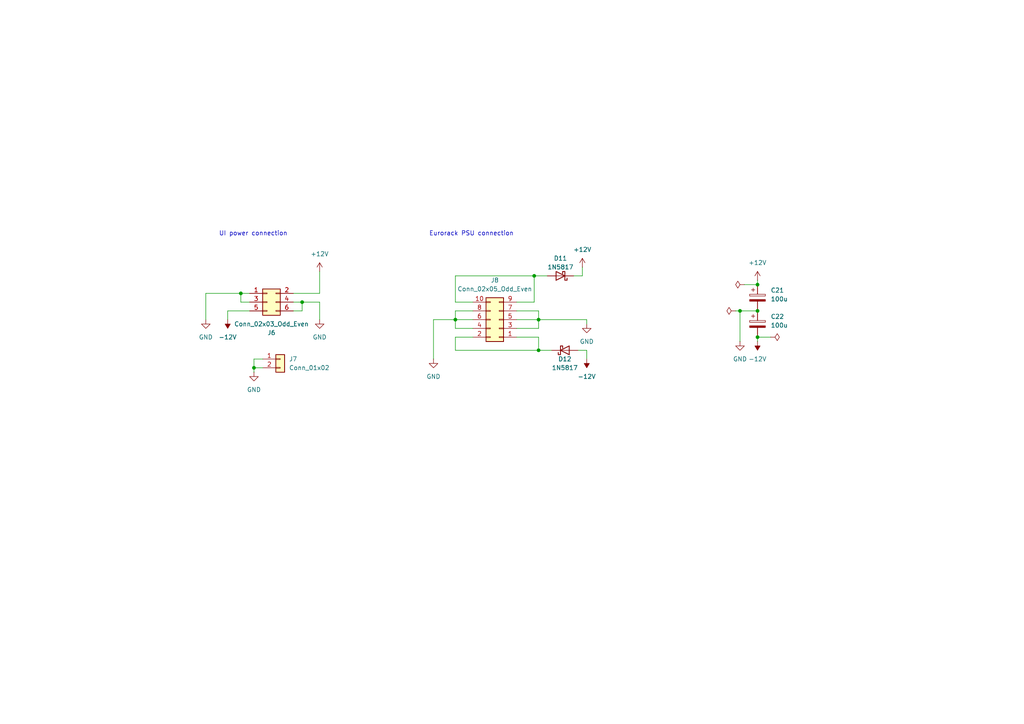
<source format=kicad_sch>
(kicad_sch (version 20250114) (generator "eeschema") (generator_version "9.0")
  (paper "A4")
  (lib_symbols
    (symbol "Connector_Generic:Conn_01x02" (pin_names (offset 1.016) (hide yes))
      (property "Reference" "J" (at 0 2.54 0))
      (property "Value" "Conn_01x02" (at 0 -5.08 0))
      (symbol "Conn_01x02_1_1"
        (rectangle (start -1.27 1.27) (end 1.27 -3.81) (stroke (width 0.254)) (fill (type background)))
        (rectangle (start -1.27 0.127) (end 0 -0.127) (stroke (width 0.1524)))
        (rectangle (start -1.27 -2.413) (end 0 -2.667) (stroke (width 0.1524)))
        (pin passive line (at -5.08 0 0) (length 3.81) (name "Pin_1") (number "1"))
        (pin passive line (at -5.08 -2.54 0) (length 3.81) (name "Pin_2") (number "2"))
      )
    )
    (symbol "Connector_Generic:Conn_02x03_Odd_Even" (pin_names (offset 1.016) (hide yes))
      (property "Reference" "J" (at 1.27 5.08 0))
      (property "Value" "Conn_02x03_Odd_Even" (at 1.27 -5.08 0))
      (symbol "Conn_02x03_Odd_Even_1_1"
        (rectangle (start -1.27 3.81) (end 3.81 -3.81) (stroke (width 0.254)) (fill (type background)))
        (rectangle (start -1.27 2.667) (end 0 2.413) (stroke (width 0.1524)))
        (rectangle (start -1.27 0.127) (end 0 -0.127) (stroke (width 0.1524)))
        (rectangle (start -1.27 -2.413) (end 0 -2.667) (stroke (width 0.1524)))
        (rectangle (start 3.81 2.667) (end 2.54 2.413) (stroke (width 0.1524)))
        (rectangle (start 3.81 0.127) (end 2.54 -0.127) (stroke (width 0.1524)))
        (rectangle (start 3.81 -2.413) (end 2.54 -2.667) (stroke (width 0.1524)))
        (pin passive line (at -5.08 2.54 0) (length 3.81) (name "Pin_1") (number "1"))
        (pin passive line (at -5.08 0 0) (length 3.81) (name "Pin_3") (number "3"))
        (pin passive line (at -5.08 -2.54 0) (length 3.81) (name "Pin_5") (number "5"))
        (pin passive line (at 7.62 2.54 180) (length 3.81) (name "Pin_2") (number "2"))
        (pin passive line (at 7.62 0 180) (length 3.81) (name "Pin_4") (number "4"))
        (pin passive line (at 7.62 -2.54 180) (length 3.81) (name "Pin_6") (number "6"))
      )
    )
    (symbol "Connector_Generic:Conn_02x05_Odd_Even" (pin_names (offset 1.016) (hide yes))
      (property "Reference" "J" (at 1.27 7.62 0))
      (property "Value" "Conn_02x05_Odd_Even" (at 1.27 -7.62 0))
      (symbol "Conn_02x05_Odd_Even_1_1"
        (rectangle (start -1.27 6.35) (end 3.81 -6.35) (stroke (width 0.254)) (fill (type background)))
        (rectangle (start -1.27 5.207) (end 0 4.953) (stroke (width 0.1524)))
        (rectangle (start -1.27 2.667) (end 0 2.413) (stroke (width 0.1524)))
        (rectangle (start -1.27 0.127) (end 0 -0.127) (stroke (width 0.1524)))
        (rectangle (start -1.27 -2.413) (end 0 -2.667) (stroke (width 0.1524)))
        (rectangle (start -1.27 -4.953) (end 0 -5.207) (stroke (width 0.1524)))
        (rectangle (start 3.81 5.207) (end 2.54 4.953) (stroke (width 0.1524)))
        (rectangle (start 3.81 2.667) (end 2.54 2.413) (stroke (width 0.1524)))
        (rectangle (start 3.81 0.127) (end 2.54 -0.127) (stroke (width 0.1524)))
        (rectangle (start 3.81 -2.413) (end 2.54 -2.667) (stroke (width 0.1524)))
        (rectangle (start 3.81 -4.953) (end 2.54 -5.207) (stroke (width 0.1524)))
        (pin passive line (at -5.08 5.08 0) (length 3.81) (name "Pin_1") (number "1"))
        (pin passive line (at -5.08 2.54 0) (length 3.81) (name "Pin_3") (number "3"))
        (pin passive line (at -5.08 0 0) (length 3.81) (name "Pin_5") (number "5"))
        (pin passive line (at -5.08 -2.54 0) (length 3.81) (name "Pin_7") (number "7"))
        (pin passive line (at -5.08 -5.08 0) (length 3.81) (name "Pin_9") (number "9"))
        (pin passive line (at 7.62 5.08 180) (length 3.81) (name "Pin_2") (number "2"))
        (pin passive line (at 7.62 2.54 180) (length 3.81) (name "Pin_4") (number "4"))
        (pin passive line (at 7.62 0 180) (length 3.81) (name "Pin_6") (number "6"))
        (pin passive line (at 7.62 -2.54 180) (length 3.81) (name "Pin_8") (number "8"))
        (pin passive line (at 7.62 -5.08 180) (length 3.81) (name "Pin_10") (number "10"))
      )
    )
    (symbol "Device:C_Polarized" (pin_numbers (hide yes)) (pin_names (offset 0.254))
      (property "Reference" "C" (at 0.635 2.54 0))
      (property "Value" "C_Polarized" (at 0.635 -2.54 0))
      (symbol "C_Polarized_0_1"
        (rectangle (start -2.286 0.508) (end 2.286 1.016))
        (polyline (pts (xy -1.778 2.286) (xy -0.762 2.286)))
        (polyline (pts (xy -1.27 2.794) (xy -1.27 1.778)))
        (rectangle (start 2.286 -0.508) (end -2.286 -1.016) (fill (type outline)))
      )
      (symbol "C_Polarized_1_1"
        (pin passive line (at 0 3.81 270) (length 2.794) (name "~") (number "1"))
        (pin passive line (at 0 -3.81 90) (length 2.794) (name "~") (number "2"))
      )
    )
    (symbol "Device:D_Schottky" (pin_numbers (hide yes)) (pin_names (offset 1.016) (hide yes))
      (property "Reference" "D" (at 0 2.54 0))
      (property "Value" "D_Schottky" (at 0 -2.54 0))
      (symbol "D_Schottky_0_1"
        (polyline (pts (xy -1.905 0.635) (xy -1.905 1.27) (xy -1.27 1.27) (xy -1.27 -1.27) (xy -0.635 -1.27) (xy -0.635 -0.635)) (stroke (width 0.254)))
        (polyline (pts (xy 1.27 1.27) (xy 1.27 -1.27) (xy -1.27 0) (xy 1.27 1.27)) (stroke (width 0.254)))
        (polyline (pts (xy 1.27 0) (xy -1.27 0)))
      )
      (symbol "D_Schottky_1_1"
        (pin passive line (at -3.81 0 0) (length 2.54) (name "K") (number "1"))
        (pin passive line (at 3.81 0 180) (length 2.54) (name "A") (number "2"))
      )
    )
    (symbol "power:+12V" (power) (pin_numbers (hide yes)) (pin_names (offset 0) (hide yes))
      (property "Value" "+12V" (at 0 3.556 0))
      (symbol "+12V_0_1"
        (polyline (pts (xy -0.762 1.27) (xy 0 2.54)))
        (polyline (pts (xy 0 2.54) (xy 0.762 1.27)))
        (polyline (pts (xy 0 0) (xy 0 2.54)))
      )
      (symbol "+12V_1_1"
        (pin power_in line (at 0 0 90) (length 0) (name "~") (number "1"))
      )
    )
    (symbol "power:-12V" (power) (pin_numbers (hide yes)) (pin_names (offset 0) (hide yes))
      (property "Value" "-12V" (at 0 3.556 0))
      (symbol "-12V_0_0"
        (pin power_in line (at 0 0 90) (length 0) (name "~") (number "1"))
      )
      (symbol "-12V_0_1"
        (polyline (pts (xy 0 0) (xy 0 1.27) (xy 0.762 1.27) (xy 0 2.54) (xy -0.762 1.27) (xy 0 1.27)) (fill (type outline)))
      )
    )
    (symbol "power:GND" (power) (pin_numbers (hide yes)) (pin_names (offset 0) (hide yes))
      (property "Value" "GND" (at 0 -3.81 0))
      (symbol "GND_0_1"
        (polyline (pts (xy 0 0) (xy 0 -1.27) (xy 1.27 -1.27) (xy 0 -2.54) (xy -1.27 -1.27) (xy 0 -1.27)))
      )
      (symbol "GND_1_1"
        (pin power_in line (at 0 0 270) (length 0) (name "~") (number "1"))
      )
    )
    (symbol "power:PWR_FLAG" (power) (pin_numbers (hide yes)) (pin_names (offset 0) (hide yes))
      (property "Value" "PWR_FLAG" (at 0 3.81 0))
      (symbol "PWR_FLAG_0_0"
        (pin power_out line (at 0 0 90) (length 0) (name "~") (number "1"))
      )
      (symbol "PWR_FLAG_0_1"
        (polyline (pts (xy 0 0) (xy 0 1.27) (xy -1.016 1.905) (xy 0 2.54) (xy 1.016 1.905) (xy 0 1.27)))
      )
    )
  )
  (text "UI power connection" (at 63.5 68.58 0) (effects (font (size 1.27 1.27)) (justify left bottom)))
  (text "Eurorack PSU connection" (at 124.46 68.58 0) (effects (font (size 1.27 1.27)) (justify left bottom)))
  (junction (at 219.71 82.55))
  (junction (at 219.71 97.79))
  (junction (at 69.85 85.09))
  (junction (at 156.21 101.6))
  (junction (at 214.63 90.17))
  (junction (at 73.66 106.68))
  (junction (at 154.94 80.01))
  (junction (at 132.08 92.71))
  (junction (at 156.21 92.71))
  (junction (at 219.71 90.17))
  (junction (at 87.63 87.63))
  (wire (pts (xy 73.66 106.68) (xy 73.66 107.95)))
  (wire (pts (xy 154.94 87.63) (xy 154.94 80.01)))
  (wire (pts (xy 156.21 95.25) (xy 156.21 92.71)))
  (wire (pts (xy 76.2 104.14) (xy 73.66 104.14)))
  (wire (pts (xy 132.08 87.63) (xy 137.16 87.63)))
  (wire (pts (xy 156.21 92.71) (xy 170.18 92.71)))
  (wire (pts (xy 219.71 81.28) (xy 219.71 82.55)))
  (wire (pts (xy 125.73 104.14) (xy 125.73 92.71)))
  (wire (pts (xy 149.86 87.63) (xy 154.94 87.63)))
  (wire (pts (xy 156.21 97.79) (xy 156.21 101.6)))
  (wire (pts (xy 166.37 80.01) (xy 168.91 80.01)))
  (wire (pts (xy 156.21 92.71) (xy 156.21 90.17)))
  (wire (pts (xy 92.71 87.63) (xy 87.63 87.63)))
  (wire (pts (xy 69.85 87.63) (xy 69.85 85.09)))
  (wire (pts (xy 85.09 90.17) (xy 87.63 90.17)))
  (wire (pts (xy 156.21 90.17) (xy 149.86 90.17)))
  (wire (pts (xy 73.66 106.68) (xy 76.2 106.68)))
  (wire (pts (xy 132.08 97.79) (xy 132.08 101.6)))
  (wire (pts (xy 132.08 95.25) (xy 137.16 95.25)))
  (wire (pts (xy 132.08 101.6) (xy 156.21 101.6)))
  (wire (pts (xy 223.52 97.79) (xy 219.71 97.79)))
  (wire (pts (xy 72.39 90.17) (xy 66.04 90.17)))
  (wire (pts (xy 59.69 85.09) (xy 69.85 85.09)))
  (wire (pts (xy 132.08 80.01) (xy 154.94 80.01)))
  (wire (pts (xy 59.69 92.71) (xy 59.69 85.09)))
  (wire (pts (xy 214.63 90.17) (xy 219.71 90.17)))
  (wire (pts (xy 215.9 82.55) (xy 219.71 82.55)))
  (wire (pts (xy 87.63 87.63) (xy 85.09 87.63)))
  (wire (pts (xy 125.73 92.71) (xy 132.08 92.71)))
  (wire (pts (xy 132.08 97.79) (xy 137.16 97.79)))
  (wire (pts (xy 132.08 90.17) (xy 137.16 90.17)))
  (wire (pts (xy 92.71 78.74) (xy 92.71 85.09)))
  (wire (pts (xy 72.39 87.63) (xy 69.85 87.63)))
  (wire (pts (xy 132.08 92.71) (xy 132.08 95.25)))
  (wire (pts (xy 158.75 80.01) (xy 154.94 80.01)))
  (wire (pts (xy 214.63 99.06) (xy 214.63 90.17)))
  (wire (pts (xy 92.71 85.09) (xy 85.09 85.09)))
  (wire (pts (xy 132.08 80.01) (xy 132.08 87.63)))
  (wire (pts (xy 87.63 90.17) (xy 87.63 87.63)))
  (wire (pts (xy 156.21 101.6) (xy 160.02 101.6)))
  (wire (pts (xy 92.71 92.71) (xy 92.71 87.63)))
  (wire (pts (xy 170.18 93.98) (xy 170.18 92.71)))
  (wire (pts (xy 149.86 97.79) (xy 156.21 97.79)))
  (wire (pts (xy 69.85 85.09) (xy 72.39 85.09)))
  (wire (pts (xy 132.08 92.71) (xy 132.08 90.17)))
  (wire (pts (xy 170.18 101.6) (xy 170.18 104.14)))
  (wire (pts (xy 66.04 92.71) (xy 66.04 90.17)))
  (wire (pts (xy 167.64 101.6) (xy 170.18 101.6)))
  (wire (pts (xy 213.36 90.17) (xy 214.63 90.17)))
  (wire (pts (xy 219.71 97.79) (xy 219.71 99.06)))
  (wire (pts (xy 168.91 77.47) (xy 168.91 80.01)))
  (wire (pts (xy 149.86 92.71) (xy 156.21 92.71)))
  (wire (pts (xy 149.86 95.25) (xy 156.21 95.25)))
  (wire (pts (xy 73.66 104.14) (xy 73.66 106.68)))
  (wire (pts (xy 132.08 92.71) (xy 137.16 92.71)))
  (symbol (lib_id "power:+12V") (at 92.71 78.74 0) (mirror y) (unit 1)
    (property "Reference" "#PWR033" (effects (hide yes)))
    (property "Value" "+12V" (at 92.71 73.66 0))
    (property "Description" "Power symbol creates a global label with name \"+12V\"" (effects (hide yes)))
  )
  (symbol (lib_id "Device:C_Polarized") (at 219.71 86.36 0) (unit 1)
    (property "Reference" "C21" (at 223.52 84.201 0) (effects (justify left)))
    (property "Value" "100u" (at 223.52 86.741 0) (effects (justify left)))
    (property "Footprint" "Capacitor_SMD:CP_Elec_6.3x7.7" (effects (hide yes)))
    (property "LCSC" "C2836442" (effects (hide yes)))
    (property "Vendor" "JLCPCB" (effects (hide yes)))
    (property "FT Rotation Offset" "180" (effects (hide yes)))
    (property "CHECKED" "YES" (effects (hide yes)))
  )
  (symbol (lib_id "power:GND") (at 125.73 104.14 0) (unit 1)
    (property "Reference" "#PWR035" (effects (hide yes)))
    (property "Value" "GND" (at 125.73 109.22 0))
    (property "Description" "Power symbol creates a global label with name \"GND\" , ground" (effects (hide yes)))
  )
  (symbol (lib_id "Device:D_Schottky") (at 163.83 101.6 0) (mirror x) (unit 1)
    (property "Reference" "D12" (at 163.83 104.14 0))
    (property "Value" "1N5817" (at 163.83 106.68 0))
    (property "Footprint" "Diode_SMD:D_SOD-323" (effects (hide yes)))
    (property "Description" "Schottky diode" (effects (hide yes)))
    (property "Vendor" "JLCPCB" (effects (hide yes)))
    (property "LCSC" "C5190152" (effects (hide yes)))
    (property "CHECKED" "YES" (effects (hide yes)))
  )
  (symbol (lib_id "power:GND") (at 170.18 93.98 0) (unit 1)
    (property "Reference" "#PWR037" (effects (hide yes)))
    (property "Value" "GND" (at 170.18 99.06 0))
    (property "Description" "Power symbol creates a global label with name \"GND\" , ground" (effects (hide yes)))
  )
  (symbol (lib_id "power:-12V") (at 66.04 92.71 0) (mirror x) (unit 1)
    (property "Reference" "#PWR031" (effects (hide yes)))
    (property "Value" "-12V" (at 66.04 97.79 0))
    (property "Description" "Power symbol creates a global label with name \"-12V\"" (effects (hide yes)))
  )
  (symbol (lib_id "power:PWR_FLAG") (at 215.9 82.55 90) (unit 1)
    (property "Reference" "#FLG02" (effects (hide yes)))
    (property "Value" "PWR_FLAG" (effects (hide yes)))
    (property "Description" "Special symbol for telling ERC where power comes from" (effects (hide yes)))
  )
  (symbol (lib_id "Connector_Generic:Conn_02x03_Odd_Even") (at 77.47 87.63 0) (unit 1)
    (property "Reference" "J6" (at 78.74 96.52 0))
    (property "Value" "Conn_02x03_Odd_Even" (at 78.74 93.98 0))
    (property "Footprint" "Connector_PinHeader_2.54mm:PinHeader_2x03_P2.54mm_Vertical" (effects (hide yes)))
    (property "Description" "Generic connector, double row, 02x03, odd/even pin numbering scheme (row 1 odd numbers, row 2 even numbers), script generated (kicad-library-utils/schlib/autogen/connector/)" (effects (hide yes)))
    (property "Part URL" "https://mou.sr/4liCQlU" (effects (hide yes)))
    (property "Vendor" "Mouser" (effects (hide yes)))
    (property "CHECKED" "YES" (effects (hide yes)))
    (property "Part no." "200-TSW10307TD" (effects (hide yes)))
  )
  (symbol (lib_id "power:GND") (at 214.63 99.06 0) (unit 1)
    (property "Reference" "#PWR039" (effects (hide yes)))
    (property "Value" "GND" (at 214.63 104.14 0))
    (property "Description" "Power symbol creates a global label with name \"GND\" , ground" (effects (hide yes)))
  )
  (symbol (lib_id "power:-12V") (at 170.18 104.14 180) (unit 1)
    (property "Reference" "#PWR038" (effects (hide yes)))
    (property "Value" "-12V" (at 170.18 109.22 0))
    (property "Description" "Power symbol creates a global label with name \"-12V\"" (effects (hide yes)))
  )
  (symbol (lib_id "Device:C_Polarized") (at 219.71 93.98 0) (unit 1)
    (property "Reference" "C22" (at 223.52 91.821 0) (effects (justify left)))
    (property "Value" "100u" (at 223.52 94.361 0) (effects (justify left)))
    (property "Footprint" "Capacitor_SMD:CP_Elec_6.3x7.7" (effects (hide yes)))
    (property "LCSC" "C2836442" (effects (hide yes)))
    (property "Vendor" "JLCPCB" (effects (hide yes)))
    (property "FT Rotation Offset" "180" (effects (hide yes)))
    (property "CHECKED" "YES" (effects (hide yes)))
  )
  (symbol (lib_id "power:PWR_FLAG") (at 213.36 90.17 90) (unit 1)
    (property "Reference" "#FLG01" (effects (hide yes)))
    (property "Value" "PWR_FLAG" (effects (hide yes)))
    (property "Description" "Special symbol for telling ERC where power comes from" (effects (hide yes)))
  )
  (symbol (lib_id "power:GND") (at 59.69 92.71 0) (mirror y) (unit 1)
    (property "Reference" "#PWR030" (effects (hide yes)))
    (property "Value" "GND" (at 59.69 97.79 0))
    (property "Description" "Power symbol creates a global label with name \"GND\" , ground" (effects (hide yes)))
  )
  (symbol (lib_id "Connector_Generic:Conn_02x05_Odd_Even") (at 144.78 92.71 180) (unit 1)
    (property "Reference" "J8" (at 143.51 81.28 0))
    (property "Value" "Conn_02x05_Odd_Even" (at 143.51 83.82 0))
    (property "Footprint" "Connector_IDC:IDC-Header_2x05_P2.54mm_Horizontal" (effects (hide yes)))
    (property "Description" "Generic connector, double row, 02x05, odd/even pin numbering scheme (row 1 odd numbers, row 2 even numbers), script generated (kicad-library-utils/schlib/autogen/connector/)" (effects (hide yes)))
    (property "Part URL" "https://mou.sr/3GwYxj9" (effects (hide yes)))
    (property "Vendor" "Mouser" (effects (hide yes)))
    (property "CHECKED" "YES" (effects (hide yes)))
    (property "Part no." "571-5103310-1" (effects (hide yes)))
  )
  (symbol (lib_id "power:+12V") (at 219.71 81.28 0) (unit 1)
    (property "Reference" "#PWR040" (effects (hide yes)))
    (property "Value" "+12V" (at 219.71 76.2 0))
    (property "Description" "Power symbol creates a global label with name \"+12V\"" (effects (hide yes)))
  )
  (symbol (lib_id "Device:D_Schottky") (at 162.56 80.01 180) (unit 1)
    (property "Reference" "D11" (at 162.56 74.93 0))
    (property "Value" "1N5817" (at 162.56 77.47 0))
    (property "Footprint" "Diode_SMD:D_SOD-323" (effects (hide yes)))
    (property "Description" "Schottky diode" (effects (hide yes)))
    (property "Vendor" "JLCPCB" (effects (hide yes)))
    (property "LCSC" "C5190152" (effects (hide yes)))
    (property "CHECKED" "YES" (effects (hide yes)))
  )
  (symbol (lib_id "power:+12V") (at 168.91 77.47 0) (unit 1)
    (property "Reference" "#PWR036" (effects (hide yes)))
    (property "Value" "+12V" (at 168.91 72.39 0))
    (property "Description" "Power symbol creates a global label with name \"+12V\"" (effects (hide yes)))
  )
  (symbol (lib_id "Connector_Generic:Conn_01x02") (at 81.28 104.14 0) (unit 1)
    (property "Reference" "J7" (at 83.82 104.1399 0) (effects (justify left)))
    (property "Value" "Conn_01x02" (at 83.82 106.6799 0) (effects (justify left)))
    (property "Footprint" "Connector_PinHeader_2.54mm:PinHeader_1x02_P2.54mm_Vertical" (effects (hide yes)))
    (property "Description" "Generic connector, single row, 01x02, script generated (kicad-library-utils/schlib/autogen/connector/)" (effects (hide yes)))
    (property "Part URL" "https://mou.sr/3IruU3e" (effects (hide yes)))
    (property "Vendor" "Mouser" (effects (hide yes)))
    (property "CHECKED" "YES" (effects (hide yes)))
    (property "Part no." "200-HTSW10207TS" (effects (hide yes)))
  )
  (symbol (lib_id "power:GND") (at 73.66 107.95 0) (unit 1)
    (property "Reference" "#PWR032" (effects (hide yes)))
    (property "Value" "GND" (at 73.66 113.03 0))
    (property "Description" "Power symbol creates a global label with name \"GND\" , ground" (effects (hide yes)))
  )
  (symbol (lib_id "power:-12V") (at 219.71 99.06 180) (unit 1)
    (property "Reference" "#PWR041" (effects (hide yes)))
    (property "Value" "-12V" (at 219.71 104.14 0))
    (property "Description" "Power symbol creates a global label with name \"-12V\"" (effects (hide yes)))
  )
  (symbol (lib_id "power:PWR_FLAG") (at 223.52 97.79 270) (unit 1)
    (property "Reference" "#FLG03" (effects (hide yes)))
    (property "Value" "PWR_FLAG" (effects (hide yes)))
    (property "Description" "Special symbol for telling ERC where power comes from" (effects (hide yes)))
  )
  (symbol (lib_id "power:GND") (at 92.71 92.71 0) (mirror y) (unit 1)
    (property "Reference" "#PWR034" (effects (hide yes)))
    (property "Value" "GND" (at 92.71 97.79 0))
    (property "Description" "Power symbol creates a global label with name \"GND\" , ground" (effects (hide yes)))
  )
)
</source>
